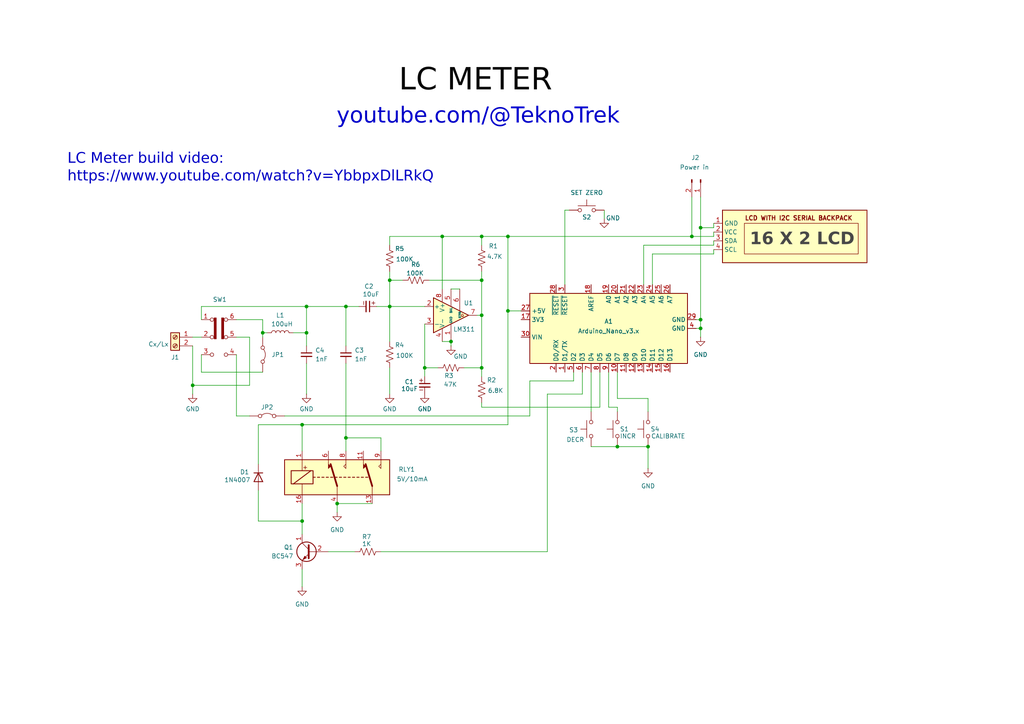
<source format=kicad_sch>
(kicad_sch (version 20250114) (generator "eeschema") (generator_version "9.0")
  (paper "A4")
  (lib_symbols
    (symbol "C_Small_1" (pin_numbers (hide yes)) (pin_names (offset 0.254) (hide yes))
      (property "Reference" "C" (at 0.254 1.778 0))
      (property "Value" "C_Small" (at 0.254 -2.032 0))
      (symbol "C_Small_1_0_1"
        (polyline (pts (xy -1.524 0.508) (xy 1.524 0.508)) (stroke (width 0.3048)))
        (polyline (pts (xy -1.524 -0.508) (xy 1.524 -0.508)) (stroke (width 0.3302)))
      )
      (symbol "C_Small_1_1_1"
        (pin passive line (at 0 2.54 270) (length 2.032) (name "~") (number "1"))
        (pin passive line (at 0 -2.54 90) (length 2.032) (name "~") (number "2"))
      )
    )
    (symbol "Comparator:LM311" (pin_names (offset 0.127))
      (property "Reference" "U" (at 3.81 6.35 0))
      (property "Value" "LM311" (at 3.81 3.81 0))
      (symbol "LM311_0_1"
        (polyline (pts (xy 3.683 -0.381) (xy 3.302 -0.381) (xy 3.683 0) (xy 3.302 0.381) (xy 2.921 0) (xy 3.302 -0.381) (xy 2.921 -0.381)) (stroke (width 0.127)))
        (polyline (pts (xy 5.08 0) (xy -5.08 5.08) (xy -5.08 -5.08) (xy 5.08 0)) (stroke (width 0.254)) (fill (type background)))
      )
      (symbol "LM311_1_1"
        (pin input line (at -7.62 2.54 0) (length 2.54) (name "+") (number "2"))
        (pin input line (at -7.62 -2.54 0) (length 2.54) (name "-") (number "3"))
        (pin power_in line (at -2.54 7.62 270) (length 3.81) (name "V+") (number "8"))
        (pin power_in line (at -2.54 -7.62 90) (length 3.81) (name "V-") (number "4"))
        (pin input line (at 0 7.62 270) (length 5.08) (name "BAL") (number "5"))
        (pin passive line (at 0 -7.62 90) (length 5.08) (name "GND") (number "1"))
        (pin input line (at 2.54 7.62 270) (length 6.35) (name "STRB") (number "6"))
        (pin open_collector line (at 7.62 0 180) (length 2.54) (name "~") (number "7"))
      )
    )
    (symbol "Connector:Conn_01x02_Pin" (pin_names (offset 1.016) (hide yes))
      (property "Reference" "J" (at 0 2.54 0))
      (property "Value" "Conn_01x02_Pin" (at 0 -5.08 0))
      (symbol "Conn_01x02_Pin_1_1"
        (rectangle (start 0.8636 0.127) (end 0 -0.127) (stroke (width 0.1524)) (fill (type outline)))
        (rectangle (start 0.8636 -2.413) (end 0 -2.667) (stroke (width 0.1524)) (fill (type outline)))
        (polyline (pts (xy 1.27 0) (xy 0.8636 0)) (stroke (width 0.1524)))
        (polyline (pts (xy 1.27 -2.54) (xy 0.8636 -2.54)) (stroke (width 0.1524)))
        (pin passive line (at 5.08 0 180) (length 3.81) (name "Pin_1") (number "1"))
        (pin passive line (at 5.08 -2.54 180) (length 3.81) (name "Pin_2") (number "2"))
      )
    )
    (symbol "Connector:Screw_Terminal_01x02" (pin_names (offset 1.016) (hide yes))
      (property "Reference" "J" (at 0 2.54 0))
      (property "Value" "Screw_Terminal_01x02" (at 0 -5.08 0))
      (symbol "Screw_Terminal_01x02_1_1"
        (rectangle (start -1.27 1.27) (end 1.27 -3.81) (stroke (width 0.254)) (fill (type background)))
        (polyline (pts (xy -0.5334 0.3302) (xy 0.3302 -0.508)) (stroke (width 0.1524)))
        (polyline (pts (xy -0.5334 -2.2098) (xy 0.3302 -3.048)) (stroke (width 0.1524)))
        (polyline (pts (xy -0.3556 0.508) (xy 0.508 -0.3302)) (stroke (width 0.1524)))
        (polyline (pts (xy -0.3556 -2.032) (xy 0.508 -2.8702)) (stroke (width 0.1524)))
        (circle (center 0 0) (radius 0.635) (stroke (width 0.1524)))
        (circle (center 0 -2.54) (radius 0.635) (stroke (width 0.1524)))
        (pin passive line (at -5.08 0 0) (length 3.81) (name "Pin_1") (number "1"))
        (pin passive line (at -5.08 -2.54 0) (length 3.81) (name "Pin_2") (number "2"))
      )
    )
    (symbol "Device:C_Small" (pin_numbers (hide yes)) (pin_names (offset 0.254) (hide yes))
      (property "Reference" "C1" (at -7.366 1.016 0))
      (property "Value" "C_Small" (at -10.668 -1.524 0))
      (symbol "C_Small_0_1"
        (polyline (pts (xy -1.524 0.508) (xy 1.524 0.508)) (stroke (width 0.3048)))
        (polyline (pts (xy -1.524 -0.508) (xy 1.524 -0.508)) (stroke (width 0.3302)))
      )
      (symbol "C_Small_1_1"
        (text "+" (at -1.016 1.524 0) (effects (font (size 1.27 1.27))))
        (text "-" (at -1.016 -1.27 0) (effects (font (size 1.27 1.27))))
        (pin passive line (at 0 2.54 270) (length 2.032) (name "~") (number "1"))
        (pin passive line (at 0 -2.54 90) (length 2.032) (name "~") (number "2"))
      )
    )
    (symbol "Device:L" (pin_numbers (hide yes)) (pin_names (offset 1.016) (hide yes))
      (property "Reference" "L" (at -1.27 0 90))
      (property "Value" "L" (at 1.905 0 90))
      (symbol "L_0_1"
        (arc (start 0 2.54) (mid 0.6323 1.905) (end 0 1.27))
        (arc (start 0 1.27) (mid 0.6323 0.635) (end 0 0))
        (arc (start 0 0) (mid 0.6323 -0.635) (end 0 -1.27))
        (arc (start 0 -1.27) (mid 0.6323 -1.905) (end 0 -2.54))
      )
      (symbol "L_1_1"
        (pin passive line (at 0 3.81 270) (length 1.27) (name "1") (number "1"))
        (pin passive line (at 0 -3.81 90) (length 1.27) (name "2") (number "2"))
      )
    )
    (symbol "Device:R_US" (pin_numbers (hide yes)) (pin_names (offset 0))
      (property "Reference" "R" (at 2.54 0 90))
      (property "Value" "R_US" (at -2.54 0 90))
      (symbol "R_US_0_1"
        (polyline (pts (xy 0 2.286) (xy 0 2.54)))
        (polyline (pts (xy 0 2.286) (xy 1.016 1.905) (xy 0 1.524) (xy -1.016 1.143) (xy 0 0.762)))
        (polyline (pts (xy 0 0.762) (xy 1.016 0.381) (xy 0 0) (xy -1.016 -0.381) (xy 0 -0.762)))
        (polyline (pts (xy 0 -0.762) (xy 1.016 -1.143) (xy 0 -1.524) (xy -1.016 -1.905) (xy 0 -2.286)))
        (polyline (pts (xy 0 -2.286) (xy 0 -2.54)))
      )
      (symbol "R_US_1_1"
        (pin passive line (at 0 3.81 270) (length 1.27) (name "~") (number "1"))
        (pin passive line (at 0 -3.81 90) (length 1.27) (name "~") (number "2"))
      )
    )
    (symbol "Diode:1N4007" (pin_numbers (hide yes)) (pin_names (hide yes))
      (property "Reference" "D" (at 0 2.54 0))
      (property "Value" "1N4007" (at 0 -2.54 0))
      (symbol "1N4007_0_1"
        (polyline (pts (xy -1.27 1.27) (xy -1.27 -1.27)) (stroke (width 0.254)))
        (polyline (pts (xy 1.27 1.27) (xy 1.27 -1.27) (xy -1.27 0) (xy 1.27 1.27)) (stroke (width 0.254)))
        (polyline (pts (xy 1.27 0) (xy -1.27 0)))
      )
      (symbol "1N4007_1_1"
        (pin passive line (at -3.81 0 0) (length 2.54) (name "K") (number "1"))
        (pin passive line (at 3.81 0 180) (length 2.54) (name "A") (number "2"))
      )
    )
    (symbol "Jumper:Jumper_2_Bridged" (pin_numbers (hide yes)) (pin_names (offset 0) (hide yes)) (exclude_from_sim yes)
      (property "Reference" "JP" (at 0 1.905 0))
      (property "Value" "Jumper_2_Bridged" (at 0 -2.54 0))
      (symbol "Jumper_2_Bridged_0_0"
        (circle (center -2.032 0) (radius 0.508))
        (circle (center 2.032 0) (radius 0.508))
      )
      (symbol "Jumper_2_Bridged_0_1"
        (arc (start -1.524 0.254) (mid 0 0.762) (end 1.524 0.254))
      )
      (symbol "Jumper_2_Bridged_1_1"
        (pin passive line (at -5.08 0 0) (length 2.54) (name "A") (number "1"))
        (pin passive line (at 5.08 0 180) (length 2.54) (name "B") (number "2"))
      )
    )
    (symbol "MCU_Module:Arduino_Nano_v3.x"
      (property "Reference" "A" (at -10.16 23.495 0))
      (property "Value" "Arduino_Nano_v3.x" (at 5.08 -24.13 0))
      (symbol "Arduino_Nano_v3.x_0_1"
        (rectangle (start -10.16 22.86) (end 10.16 -22.86) (stroke (width 0.254)) (fill (type background)))
      )
      (symbol "Arduino_Nano_v3.x_1_1"
        (pin bidirectional line (at -12.7 15.24 0) (length 2.54) (name "D0/RX") (number "2"))
        (pin bidirectional line (at -12.7 12.7 0) (length 2.54) (name "D1/TX") (number "1"))
        (pin bidirectional line (at -12.7 10.16 0) (length 2.54) (name "D2") (number "5"))
        (pin bidirectional line (at -12.7 7.62 0) (length 2.54) (name "D3") (number "6"))
        (pin bidirectional line (at -12.7 5.08 0) (length 2.54) (name "D4") (number "7"))
        (pin bidirectional line (at -12.7 2.54 0) (length 2.54) (name "D5") (number "8"))
        (pin bidirectional line (at -12.7 0 0) (length 2.54) (name "D6") (number "9"))
        (pin bidirectional line (at -12.7 -2.54 0) (length 2.54) (name "D7") (number "10"))
        (pin bidirectional line (at -12.7 -5.08 0) (length 2.54) (name "D8") (number "11"))
        (pin bidirectional line (at -12.7 -7.62 0) (length 2.54) (name "D9") (number "12"))
        (pin bidirectional line (at -12.7 -10.16 0) (length 2.54) (name "D10") (number "13"))
        (pin bidirectional line (at -12.7 -12.7 0) (length 2.54) (name "D11") (number "14"))
        (pin bidirectional line (at -12.7 -15.24 0) (length 2.54) (name "D12") (number "15"))
        (pin bidirectional line (at -12.7 -17.78 0) (length 2.54) (name "D13") (number "16"))
        (pin power_in line (at -2.54 25.4 270) (length 2.54) (name "VIN") (number "30"))
        (pin power_in line (at 0 -25.4 90) (length 2.54) (name "GND") (number "4"))
        (pin power_out line (at 2.54 25.4 270) (length 2.54) (name "3V3") (number "17"))
        (pin power_in line (at 2.54 -25.4 90) (length 2.54) (name "GND") (number "29"))
        (pin power_out line (at 5.08 25.4 270) (length 2.54) (name "+5V") (number "27"))
        (pin input line (at 12.7 15.24 180) (length 2.54) (name "~{RESET}") (number "28"))
        (pin input line (at 12.7 12.7 180) (length 2.54) (name "~{RESET}") (number "3"))
        (pin input line (at 12.7 5.08 180) (length 2.54) (name "AREF") (number "18"))
        (pin bidirectional line (at 12.7 0 180) (length 2.54) (name "A0") (number "19"))
        (pin bidirectional line (at 12.7 -2.54 180) (length 2.54) (name "A1") (number "20"))
        (pin bidirectional line (at 12.7 -5.08 180) (length 2.54) (name "A2") (number "21"))
        (pin bidirectional line (at 12.7 -7.62 180) (length 2.54) (name "A3") (number "22"))
        (pin bidirectional line (at 12.7 -10.16 180) (length 2.54) (name "A4") (number "23"))
        (pin bidirectional line (at 12.7 -12.7 180) (length 2.54) (name "A5") (number "24"))
        (pin bidirectional line (at 12.7 -15.24 180) (length 2.54) (name "A6") (number "25"))
        (pin bidirectional line (at 12.7 -17.78 180) (length 2.54) (name "A7") (number "26"))
      )
    )
    (symbol "My_Library:My-WC1602A-I2C"
      (symbol "My-WC1602A-I2C_1_1"
        (rectangle (start -17.78 7.62) (end 24.13 -7.62) (stroke (width 0.254)) (fill (type background)))
        (rectangle (start -11.43 3.81) (end 21.59 -5.08))
        (text "LCD WITH I2C SERIAL BACKPACK" (at 4.318 5.334 0) (effects (font (size 1.27 1.27) (thickness 0.254) (bold yes))))
        (text "16 X 2 LCD" (at 5.334 -0.762 0) (effects (font (size 3.556 3.556) (thickness 0.508) (bold yes))))
        (pin power_in line (at -20.32 3.81 0) (length 2.54) (name "GND") (number "1"))
        (pin power_in line (at -20.32 1.27 0) (length 2.54) (name "VCC") (number "2"))
        (pin bidirectional line (at -20.32 -1.27 0) (length 2.54) (name "SDA") (number "3"))
        (pin input line (at -20.32 -3.81 0) (length 2.54) (name "SCL") (number "4"))
      )
    )
    (symbol "My_Library:TIANBO-HJR1-2CL-05V"
      (property "Reference" "K" (at 15.24 8.89 0))
      (property "Value" "TIANBO-HJR1-2CL-05V" (at 28.194 3.302 0))
      (symbol "TIANBO-HJR1-2CL-05V_1_1"
        (rectangle (start -15.24 5.08) (end 15.24 -5.08) (stroke (width 0.254)) (fill (type background)))
        (rectangle (start -13.335 1.905) (end -6.985 -1.905) (stroke (width 0.254)))
        (polyline (pts (xy -12.7 -1.905) (xy -7.62 1.905)) (stroke (width 0.254)))
        (polyline (pts (xy -10.16 5.08) (xy -10.16 1.905)))
        (polyline (pts (xy -10.16 -5.08) (xy -10.16 -1.905)))
        (polyline (pts (xy -6.985 0) (xy -6.35 0)) (stroke (width 0.254)))
        (polyline (pts (xy -5.715 0) (xy -5.08 0)) (stroke (width 0.254)))
        (polyline (pts (xy -4.445 0) (xy -3.81 0)) (stroke (width 0.254)))
        (polyline (pts (xy -3.175 0) (xy -2.54 0)) (stroke (width 0.254)))
        (polyline (pts (xy -2.54 5.08) (xy -2.54 2.54) (xy -1.905 3.175) (xy -2.54 3.81)) (fill (type outline)))
        (polyline (pts (xy -1.905 0) (xy -1.27 0)) (stroke (width 0.254)))
        (polyline (pts (xy -0.635 0) (xy 0 0)) (stroke (width 0.254)))
        (polyline (pts (xy 0 -2.54) (xy -1.905 3.81)) (stroke (width 0.508)))
        (polyline (pts (xy 0 -2.54) (xy 0 -5.08)))
        (polyline (pts (xy 0.635 0) (xy 1.27 0)) (stroke (width 0.254)))
        (polyline (pts (xy 1.905 0) (xy 2.54 0)) (stroke (width 0.254)))
        (polyline (pts (xy 2.54 5.08) (xy 2.54 2.54) (xy 1.905 3.175) (xy 2.54 3.81)))
        (polyline (pts (xy 3.175 0) (xy 3.81 0)) (stroke (width 0.254)))
        (polyline (pts (xy 4.445 0) (xy 5.08 0)) (stroke (width 0.254)))
        (polyline (pts (xy 5.715 0) (xy 6.35 0)) (stroke (width 0.254)))
        (polyline (pts (xy 6.985 0) (xy 7.62 0)) (stroke (width 0.254)))
        (polyline (pts (xy 7.62 5.08) (xy 7.62 2.54) (xy 8.255 3.175) (xy 7.62 3.81)) (fill (type outline)))
        (polyline (pts (xy 8.255 0) (xy 8.89 0)) (stroke (width 0.254)))
        (polyline (pts (xy 10.16 -2.54) (xy 8.255 3.81)) (stroke (width 0.508)))
        (polyline (pts (xy 10.16 -2.54) (xy 10.16 -5.08)))
        (polyline (pts (xy 12.7 5.08) (xy 12.7 2.54) (xy 12.065 3.175) (xy 12.7 3.81)))
        (text "+" (at -9.271 2.921 0) (effects (font (size 1.27 1.27))))
        (pin passive line (at -10.16 7.62 270) (length 2.54) (name "~") (number "1"))
        (pin passive line (at -10.16 -7.62 90) (length 2.54) (name "~") (number "16"))
        (pin passive line (at -2.54 7.62 270) (length 2.54) (name "~") (number "6"))
        (pin passive line (at 0 -7.62 90) (length 2.54) (name "~") (number "4"))
        (pin passive line (at 2.54 7.62 270) (length 2.54) (name "~") (number "8"))
        (pin passive line (at 7.62 7.62 270) (length 2.54) (name "~") (number "11"))
        (pin passive line (at 10.16 -7.62 90) (length 2.54) (name "~") (number "13"))
        (pin passive line (at 12.7 7.62 270) (length 2.54) (name "~") (number "9"))
      )
    )
    (symbol "Switch:SW_Omron_B3FS" (pin_numbers (hide yes)) (pin_names (offset 1.016) (hide yes))
      (property "Reference" "SW" (at 1.27 2.54 0))
      (property "Value" "SW_Omron_B3FS" (at 0 -1.524 0))
      (symbol "SW_Omron_B3FS_0_1"
        (circle (center -2.032 0) (radius 0.508))
        (polyline (pts (xy 0 1.27) (xy 0 3.048)))
        (circle (center 2.032 0) (radius 0.508))
        (polyline (pts (xy 2.54 1.27) (xy -2.54 1.27)))
        (pin passive line (at -5.08 0 0) (length 2.54) (name "1") (number "1"))
        (pin passive line (at 5.08 0 180) (length 2.54) (name "2") (number "2"))
      )
    )
    (symbol "Switch:SW_Slide_DPDT" (pin_names (offset 0) (hide yes))
      (property "Reference" "SW" (at 0 6.858 0))
      (property "Value" "SW_Slide_DPDT" (at 0 -8.128 0))
      (symbol "SW_Slide_DPDT_0_0"
        (circle (center -2.032 5.08) (radius 0.508))
        (circle (center -2.032 -5.08) (radius 0.508))
        (circle (center 2.032 0) (radius 0.508))
        (circle (center 2.032 -5.08) (radius 0.508))
      )
      (symbol "SW_Slide_DPDT_0_1"
        (circle (center -2.032 0) (radius 0.508))
        (circle (center 2.032 5.08) (radius 0.508))
      )
      (symbol "SW_Slide_DPDT_1_1"
        (rectangle (start -1.397 5.588) (end -0.762 -0.508) (fill (type outline)))
        (rectangle (start 0.762 5.588) (end 1.397 -0.508) (fill (type outline)))
        (pin passive line (at -5.08 5.08 0) (length 2.54) (name "A") (number "1"))
        (pin passive line (at -5.08 0 0) (length 2.54) (name "B") (number "2"))
        (pin passive line (at -5.08 -5.08 0) (length 2.54) (name "C") (number "3"))
        (pin passive line (at 5.08 5.08 180) (length 2.54) (name "C") (number "6"))
        (pin passive line (at 5.08 0 180) (length 2.54) (name "B") (number "5"))
        (pin passive line (at 5.08 -5.08 180) (length 2.54) (name "A") (number "4"))
      )
    )
    (symbol "Transistor_BJT:BC547" (pin_names (offset 0) (hide yes))
      (property "Reference" "Q" (at 5.08 1.905 0))
      (property "Value" "BC547" (at 5.08 0 0))
      (symbol "BC547_0_1"
        (polyline (pts (xy 0 0) (xy 0.635 0)))
        (polyline (pts (xy 0.635 1.905) (xy 0.635 -1.905) (xy 0.635 -1.905)) (stroke (width 0.508)))
        (polyline (pts (xy 0.635 0.635) (xy 2.54 2.54)))
        (polyline (pts (xy 0.635 -0.635) (xy 2.54 -2.54) (xy 2.54 -2.54)))
        (circle (center 1.27 0) (radius 2.8194) (stroke (width 0.254)))
        (polyline (pts (xy 1.27 -1.778) (xy 1.778 -1.27) (xy 2.286 -2.286) (xy 1.27 -1.778) (xy 1.27 -1.778)) (fill (type outline)))
      )
      (symbol "BC547_1_1"
        (pin input line (at -5.08 0 0) (length 5.08) (name "B") (number "2"))
        (pin passive line (at 2.54 5.08 270) (length 2.54) (name "C") (number "1"))
        (pin passive line (at 2.54 -5.08 90) (length 2.54) (name "E") (number "3"))
      )
    )
    (symbol "power:GND" (power) (pin_numbers (hide yes)) (pin_names (offset 0) (hide yes))
      (property "Value" "GND" (at 0 -3.81 0))
      (symbol "GND_0_1"
        (polyline (pts (xy 0 0) (xy 0 -1.27) (xy 1.27 -1.27) (xy 0 -2.54) (xy -1.27 -1.27) (xy 0 -1.27)))
      )
      (symbol "GND_1_1"
        (pin power_in line (at 0 0 270) (length 0) (name "~") (number "1"))
      )
    )
  )
  (text "LC Meter build video:\nhttps://www.youtube.com/watch?v=YbbpxDlLRkQ" (at 19.558 49.53 0) (effects (font (size 3.048 3.048)) (justify left)))
  (text "youtube.com/@TeknoTrek" (at 138.684 35.052 0) (effects (font (size 4.572 4.572))))
  (text "LC METER" (at 137.922 25.146 0) (effects (font (size 6.35 6.35))))
  (junction (at 100.33 127))
  (junction (at 128.27 68.58))
  (junction (at 88.9 88.9))
  (junction (at 139.7 68.58))
  (junction (at 97.79 146.05))
  (junction (at 203.2 92.71))
  (junction (at 139.7 91.44))
  (junction (at 113.03 88.9))
  (junction (at 200.66 68.58))
  (junction (at 139.7 106.68))
  (junction (at 87.63 151.13))
  (junction (at 55.88 111.76))
  (junction (at 123.19 106.68))
  (junction (at 147.32 68.58))
  (junction (at 100.33 88.9))
  (junction (at 179.07 129.54))
  (junction (at 87.63 123.19))
  (junction (at 187.96 129.54))
  (junction (at 139.7 81.28))
  (junction (at 130.81 99.06))
  (junction (at 203.2 66.04))
  (junction (at 147.32 90.17))
  (junction (at 76.2 96.52))
  (junction (at 113.03 81.28))
  (junction (at 203.2 95.25))
  (junction (at 88.9 96.52))
  (wire (pts (xy 113.03 81.28) (xy 113.03 88.9)))
  (wire (pts (xy 175.26 60.96) (xy 175.26 63.5)))
  (wire (pts (xy 123.19 106.68) (xy 127 106.68)))
  (wire (pts (xy 87.63 151.13) (xy 87.63 154.94)))
  (wire (pts (xy 55.88 111.76) (xy 72.39 111.76)))
  (wire (pts (xy 87.63 165.1) (xy 87.63 170.18)))
  (wire (pts (xy 110.49 160.02) (xy 158.75 160.02)))
  (wire (pts (xy 128.27 99.06) (xy 130.81 99.06)))
  (wire (pts (xy 139.7 71.12) (xy 139.7 68.58)))
  (wire (pts (xy 158.75 160.02) (xy 158.75 114.3)))
  (wire (pts (xy 58.42 107.95) (xy 76.2 107.95)))
  (wire (pts (xy 72.39 111.76) (xy 72.39 97.79)))
  (wire (pts (xy 176.53 118.11) (xy 176.53 107.95)))
  (wire (pts (xy 147.32 90.17) (xy 147.32 68.58)))
  (wire (pts (xy 123.19 106.68) (xy 123.19 109.22)))
  (wire (pts (xy 72.39 120.65) (xy 68.58 120.65)))
  (wire (pts (xy 147.32 90.17) (xy 151.13 90.17)))
  (wire (pts (xy 139.7 118.11) (xy 173.99 118.11)))
  (wire (pts (xy 72.39 97.79) (xy 68.58 97.79)))
  (wire (pts (xy 179.07 118.11) (xy 179.07 119.38)))
  (wire (pts (xy 207.01 71.12) (xy 186.69 71.12)))
  (wire (pts (xy 203.2 92.71) (xy 203.2 95.25)))
  (wire (pts (xy 128.27 68.58) (xy 139.7 68.58)))
  (wire (pts (xy 100.33 88.9) (xy 104.14 88.9)))
  (wire (pts (xy 100.33 88.9) (xy 100.33 100.33)))
  (wire (pts (xy 171.45 129.54) (xy 179.07 129.54)))
  (wire (pts (xy 207.01 73.66) (xy 189.23 73.66)))
  (wire (pts (xy 113.03 68.58) (xy 128.27 68.58)))
  (wire (pts (xy 207.01 68.58) (xy 207.01 67.31)))
  (wire (pts (xy 110.49 127) (xy 100.33 127)))
  (wire (pts (xy 68.58 120.65) (xy 68.58 102.87)))
  (wire (pts (xy 58.42 102.87) (xy 58.42 107.95)))
  (wire (pts (xy 158.75 114.3) (xy 168.91 114.3)))
  (wire (pts (xy 147.32 68.58) (xy 200.66 68.58)))
  (wire (pts (xy 113.03 71.12) (xy 113.03 68.58)))
  (wire (pts (xy 179.07 129.54) (xy 187.96 129.54)))
  (wire (pts (xy 153.67 110.49) (xy 166.37 110.49)))
  (wire (pts (xy 171.45 107.95) (xy 171.45 119.38)))
  (wire (pts (xy 68.58 92.71) (xy 76.2 92.71)))
  (wire (pts (xy 179.07 115.57) (xy 187.96 115.57)))
  (wire (pts (xy 179.07 115.57) (xy 179.07 107.95)))
  (wire (pts (xy 113.03 81.28) (xy 116.84 81.28)))
  (wire (pts (xy 207.01 73.66) (xy 207.01 72.39)))
  (wire (pts (xy 139.7 78.74) (xy 139.7 81.28)))
  (wire (pts (xy 123.19 93.98) (xy 123.19 106.68)))
  (wire (pts (xy 203.2 66.04) (xy 203.2 92.71)))
  (wire (pts (xy 113.03 88.9) (xy 123.19 88.9)))
  (wire (pts (xy 74.93 151.13) (xy 87.63 151.13)))
  (wire (pts (xy 203.2 95.25) (xy 203.2 97.79)))
  (wire (pts (xy 58.42 88.9) (xy 88.9 88.9)))
  (wire (pts (xy 187.96 129.54) (xy 187.96 135.89)))
  (wire (pts (xy 77.47 96.52) (xy 76.2 96.52)))
  (wire (pts (xy 124.46 81.28) (xy 139.7 81.28)))
  (wire (pts (xy 55.88 111.76) (xy 55.88 114.3)))
  (wire (pts (xy 74.93 123.19) (xy 87.63 123.19)))
  (wire (pts (xy 58.42 97.79) (xy 55.88 97.79)))
  (wire (pts (xy 139.7 109.22) (xy 139.7 106.68)))
  (wire (pts (xy 189.23 73.66) (xy 189.23 82.55)))
  (wire (pts (xy 200.66 68.58) (xy 207.01 68.58)))
  (wire (pts (xy 88.9 96.52) (xy 88.9 88.9)))
  (wire (pts (xy 87.63 146.05) (xy 87.63 151.13)))
  (wire (pts (xy 153.67 110.49) (xy 153.67 120.65)))
  (wire (pts (xy 88.9 96.52) (xy 88.9 100.33)))
  (wire (pts (xy 97.79 146.05) (xy 97.79 148.59)))
  (wire (pts (xy 113.03 106.68) (xy 113.03 114.3)))
  (wire (pts (xy 179.07 118.11) (xy 176.53 118.11)))
  (wire (pts (xy 207.01 66.04) (xy 203.2 66.04)))
  (wire (pts (xy 186.69 71.12) (xy 186.69 82.55)))
  (wire (pts (xy 87.63 123.19) (xy 87.63 130.81)))
  (wire (pts (xy 88.9 105.41) (xy 88.9 114.3)))
  (wire (pts (xy 130.81 83.82) (xy 133.35 83.82)))
  (wire (pts (xy 163.83 60.96) (xy 165.1 60.96)))
  (wire (pts (xy 168.91 107.95) (xy 168.91 114.3)))
  (wire (pts (xy 147.32 90.17) (xy 147.32 123.19)))
  (wire (pts (xy 139.7 91.44) (xy 138.43 91.44)))
  (wire (pts (xy 113.03 88.9) (xy 113.03 99.06)))
  (wire (pts (xy 201.93 92.71) (xy 203.2 92.71)))
  (wire (pts (xy 100.33 127) (xy 100.33 130.81)))
  (wire (pts (xy 163.83 82.55) (xy 163.83 60.96)))
  (wire (pts (xy 139.7 118.11) (xy 139.7 116.84)))
  (wire (pts (xy 100.33 105.41) (xy 100.33 127)))
  (wire (pts (xy 166.37 110.49) (xy 166.37 107.95)))
  (wire (pts (xy 128.27 83.82) (xy 128.27 68.58)))
  (wire (pts (xy 207.01 71.12) (xy 207.01 69.85)))
  (wire (pts (xy 139.7 81.28) (xy 139.7 91.44)))
  (wire (pts (xy 58.42 92.71) (xy 58.42 88.9)))
  (wire (pts (xy 76.2 96.52) (xy 76.2 97.79)))
  (wire (pts (xy 134.62 106.68) (xy 139.7 106.68)))
  (wire (pts (xy 113.03 78.74) (xy 113.03 81.28)))
  (wire (pts (xy 173.99 107.95) (xy 173.99 118.11)))
  (wire (pts (xy 200.66 57.15) (xy 200.66 68.58)))
  (wire (pts (xy 203.2 57.15) (xy 203.2 66.04)))
  (wire (pts (xy 203.2 95.25) (xy 201.93 95.25)))
  (wire (pts (xy 139.7 68.58) (xy 147.32 68.58)))
  (wire (pts (xy 97.79 146.05) (xy 107.95 146.05)))
  (wire (pts (xy 95.25 160.02) (xy 102.87 160.02)))
  (wire (pts (xy 130.81 99.06) (xy 130.81 100.33)))
  (wire (pts (xy 55.88 100.33) (xy 55.88 111.76)))
  (wire (pts (xy 139.7 91.44) (xy 139.7 106.68)))
  (wire (pts (xy 187.96 115.57) (xy 187.96 119.38)))
  (wire (pts (xy 85.09 96.52) (xy 88.9 96.52)))
  (wire (pts (xy 109.22 88.9) (xy 113.03 88.9)))
  (wire (pts (xy 76.2 92.71) (xy 76.2 96.52)))
  (wire (pts (xy 74.93 142.24) (xy 74.93 151.13)))
  (wire (pts (xy 110.49 130.81) (xy 110.49 127)))
  (wire (pts (xy 207.01 66.04) (xy 207.01 64.77)))
  (wire (pts (xy 88.9 88.9) (xy 100.33 88.9)))
  (wire (pts (xy 153.67 120.65) (xy 82.55 120.65)))
  (wire (pts (xy 74.93 134.62) (xy 74.93 123.19)))
  (wire (pts (xy 87.63 123.19) (xy 147.32 123.19)))
  (symbol (lib_id "Device:R_US") (at 120.65 81.28 90) (unit 1)
    (property "Reference" "R6" (at 121.92 76.708 90) (effects (justify left)))
    (property "Value" "100K" (at 122.936 79.248 90) (effects (justify left)))
    (property "Footprint" "Resistor_THT:R_Axial_DIN0207_L6.3mm_D2.5mm_P10.16mm_Horizontal" (effects (hide yes)))
    (property "Description" "Resistor, US symbol" (effects (hide yes)))
  )
  (symbol (lib_id "Transistor_BJT:BC547") (at 90.17 160.02 0) (mirror y) (unit 1)
    (property "Reference" "Q1" (at 85.09 158.7499 0) (effects (justify left)))
    (property "Value" "BC547" (at 85.09 161.2899 0) (effects (justify left)))
    (property "Footprint" "Package_TO_SOT_THT:TO-92_Wide" (effects (hide yes)))
    (property "Datasheet" "https://www.onsemi.com/pub/Collateral/BC550-D.pdf" (effects (hide yes)))
    (property "Description" "0.1A Ic, 45V Vce, Small Signal NPN Transistor, TO-92" (effects (hide yes)))
  )
  (symbol (lib_id "Device:R_US") (at 113.03 74.93 0) (unit 1)
    (property "Reference" "R5" (at 114.554 72.136 0) (effects (justify left)))
    (property "Value" "100K" (at 114.808 75.184 0) (effects (justify left)))
    (property "Footprint" "Resistor_THT:R_Axial_DIN0207_L6.3mm_D2.5mm_P10.16mm_Horizontal" (effects (hide yes)))
    (property "Description" "Resistor, US symbol" (effects (hide yes)))
  )
  (symbol (lib_id "power:GND") (at 123.19 114.3 0) (unit 1)
    (property "Reference" "#PWR05" (effects (hide yes)))
    (property "Value" "GND" (at 123.19 118.618 0))
    (property "Description" "Power symbol creates a global label with name \"GND\" , ground" (effects (hide yes)))
  )
  (symbol (lib_id "My_Library:TIANBO-HJR1-2CL-05V") (at 97.79 138.43 0) (unit 1)
    (property "Reference" "RLY1" (at 115.57 136.144 0) (effects (justify left)))
    (property "Value" "5V/10mA" (at 115.062 138.938 0) (effects (justify left)))
    (property "Footprint" "My-Library:TIANBO-HJR1-2CL-05V-footer" (effects (hide yes)))
    (property "Datasheet" "https://content.kemet.com/datasheets/KEM_R7002_EC2_EE2.pdf" (effects (hide yes)))
    (property "Description" "General purpose signal relay, Kemet EC2 Series, DPDT (2 Form C), non-latching, through hole, 60W/125VA, 220VDC/250VAC, 2A, 3V DC coil" (effects (hide yes)))
  )
  (symbol (lib_id "power:GND") (at 187.96 135.89 0) (unit 1)
    (property "Reference" "#PWR03" (effects (hide yes)))
    (property "Value" "GND" (at 187.96 140.97 0))
    (property "Description" "Power symbol creates a global label with name \"GND\" , ground" (effects (hide yes)))
  )
  (symbol (lib_name "C_Small_1") (lib_id "Device:C_Small") (at 88.9 102.87 0) (unit 1)
    (property "Reference" "C4" (at 91.44 101.6062 0) (effects (justify left)))
    (property "Value" "1nF" (at 91.44 104.1462 0) (effects (justify left)))
    (property "Footprint" "Capacitor_THT:CP_Radial_Tantal_D5.0mm_P5.00mm" (effects (hide yes)))
    (property "Description" "Unpolarized capacitor, small symbol" (effects (hide yes)))
  )
  (symbol (lib_id "Switch:SW_Omron_B3FS") (at 187.96 124.46 90) (unit 1)
    (property "Reference" "S4" (at 189.992 124.46 90))
    (property "Value" "CALIBRATE" (at 193.802 126.492 90))
    (property "Footprint" "Button_Switch_THT:SW_PUSH-12mm" (effects (hide yes)))
    (property "Datasheet" "https://omronfs.omron.com/en_US/ecb/products/pdf/en-b3fs.pdf" (effects (hide yes)))
    (property "Description" "Omron B3FS 6x6mm single pole normally-open tactile switch" (effects (hide yes)))
  )
  (symbol (lib_id "Device:R_US") (at 113.03 102.87 0) (unit 1)
    (property "Reference" "R4" (at 114.554 100.076 0) (effects (justify left)))
    (property "Value" "100K" (at 114.808 103.124 0) (effects (justify left)))
    (property "Footprint" "Resistor_THT:R_Axial_DIN0207_L6.3mm_D2.5mm_P10.16mm_Horizontal" (effects (hide yes)))
    (property "Description" "Resistor, US symbol" (effects (hide yes)))
  )
  (symbol (lib_id "Jumper:Jumper_2_Bridged") (at 77.47 120.65 0) (unit 1) (exclude_from_sim yes)
    (property "Reference" "JP2" (at 77.47 118.11 0))
    (property "Value" "Jumper_2" (effects (hide yes)))
    (property "Footprint" "Resistor_THT:R_Axial_DIN0207_L6.3mm_D2.5mm_P10.16mm_Horizontal" (effects (hide yes)))
    (property "Description" "Jumper, 2-pole, closed/bridged" (effects (hide yes)))
  )
  (symbol (lib_id "Switch:SW_Omron_B3FS") (at 179.07 124.46 90) (unit 1)
    (property "Reference" "S1" (at 181.102 124.46 90))
    (property "Value" "INCR" (at 182.118 126.492 90))
    (property "Footprint" "Button_Switch_THT:SW_PUSH-12mm" (effects (hide yes)))
    (property "Datasheet" "https://omronfs.omron.com/en_US/ecb/products/pdf/en-b3fs.pdf" (effects (hide yes)))
    (property "Description" "Omron B3FS 6x6mm single pole normally-open tactile switch" (effects (hide yes)))
  )
  (symbol (lib_id "power:GND") (at 97.79 148.59 0) (unit 1)
    (property "Reference" "#PWR010" (effects (hide yes)))
    (property "Value" "GND" (at 97.79 153.67 0))
    (property "Description" "Power symbol creates a global label with name \"GND\" , ground" (effects (hide yes)))
  )
  (symbol (lib_id "power:GND") (at 113.03 114.3 0) (unit 1)
    (property "Reference" "#PWR06" (effects (hide yes)))
    (property "Value" "GND" (at 113.03 118.618 0))
    (property "Description" "Power symbol creates a global label with name \"GND\" , ground" (effects (hide yes)))
  )
  (symbol (lib_id "Device:C_Small") (at 106.68 88.9 270) (unit 1)
    (property "Reference" "C2" (at 105.664 83.058 90) (effects (justify left)))
    (property "Value" "10uF" (at 105.156 85.344 90) (effects (justify left)))
    (property "Footprint" "Capacitor_THT:CP_Radial_Tantal_D4.5mm_P2.50mm" (effects (hide yes)))
    (property "Description" "Unpolarized capacitor, small symbol" (effects (hide yes)))
  )
  (symbol (lib_id "Switch:SW_Slide_DPDT") (at 63.5 97.79 0) (unit 1)
    (property "Reference" "SW1" (at 63.754 86.868 0))
    (property "Value" "SW_Slide_DPDT" (effects (hide yes)))
    (property "Footprint" "My-Library:SW_CK_" (effects (hide yes)))
    (property "Description" "Slide Switch, dual pole double throw" (effects (hide yes)))
  )
  (symbol (lib_id "power:GND") (at 203.2 97.79 0) (unit 1)
    (property "Reference" "#PWR02" (effects (hide yes)))
    (property "Value" "GND" (at 203.2 102.87 0))
    (property "Description" "Power symbol creates a global label with name \"GND\" , ground" (effects (hide yes)))
  )
  (symbol (lib_id "Connector:Screw_Terminal_01x02") (at 50.8 97.79 0) (mirror y) (unit 1)
    (property "Reference" "J1" (at 50.8 103.632 0))
    (property "Value" "Cx/Lx" (at 45.974 99.822 0))
    (property "Footprint" "TerminalBlock:TerminalBlock_bornier-2_P5.08mm" (effects (hide yes)))
    (property "Description" "Generic screw terminal, single row, 01x02, script generated (kicad-library-utils/schlib/autogen/connector/)" (effects (hide yes)))
  )
  (symbol (lib_id "Device:C_Small") (at 123.19 111.76 0) (unit 1)
    (property "Reference" "C1" (at 117.348 110.744 0) (effects (justify left)))
    (property "Value" "10uF" (at 116.332 112.776 0) (effects (justify left)))
    (property "Footprint" "Capacitor_THT:CP_Radial_Tantal_D4.5mm_P2.50mm" (effects (hide yes)))
    (property "Description" "Unpolarized capacitor, small symbol" (effects (hide yes)))
  )
  (symbol (lib_id "Device:L") (at 81.28 96.52 90) (unit 1)
    (property "Reference" "L1" (at 81.28 91.44 90))
    (property "Value" "100uH" (at 81.788 93.98 90))
    (property "Footprint" "Inductor_THT:L_Axial_L5.3mm_D2.2mm_P10.16mm_Horizontal_Vishay_IM-1" (effects (hide yes)))
    (property "Description" "Inductor" (effects (hide yes)))
  )
  (symbol (lib_id "Device:R_US") (at 106.68 160.02 90) (unit 1)
    (property "Reference" "R7" (at 107.696 155.702 90) (effects (justify left)))
    (property "Value" "1K" (at 107.696 157.734 90) (effects (justify left)))
    (property "Footprint" "Resistor_THT:R_Axial_DIN0207_L6.3mm_D2.5mm_P10.16mm_Horizontal" (effects (hide yes)))
    (property "Description" "Resistor, US symbol" (effects (hide yes)))
  )
  (symbol (lib_id "Switch:SW_Omron_B3FS") (at 170.18 60.96 0) (unit 1)
    (property "Reference" "S2" (at 170.18 62.992 0))
    (property "Value" "SET ZERO" (at 170.18 55.88 0))
    (property "Footprint" "Button_Switch_THT:SW_PUSH-12mm" (effects (hide yes)))
    (property "Datasheet" "https://omronfs.omron.com/en_US/ecb/products/pdf/en-b3fs.pdf" (effects (hide yes)))
    (property "Description" "Omron B3FS 6x6mm single pole normally-open tactile switch" (effects (hide yes)))
  )
  (symbol (lib_id "power:GND") (at 175.26 63.5 0) (unit 1)
    (property "Reference" "#PWR01" (effects (hide yes)))
    (property "Value" "GND" (at 177.8 63.246 0))
    (property "Description" "Power symbol creates a global label with name \"GND\" , ground" (effects (hide yes)))
  )
  (symbol (lib_name "C_Small_1") (lib_id "Device:C_Small") (at 100.33 102.87 0) (unit 1)
    (property "Reference" "C3" (at 102.87 101.6062 0) (effects (justify left)))
    (property "Value" "1nF" (at 102.87 104.1462 0) (effects (justify left)))
    (property "Footprint" "Capacitor_THT:CP_Radial_Tantal_D5.0mm_P5.00mm" (effects (hide yes)))
    (property "Description" "Unpolarized capacitor, small symbol" (effects (hide yes)))
  )
  (symbol (lib_id "power:GND") (at 130.81 100.33 0) (unit 1)
    (property "Reference" "#PWR04" (effects (hide yes)))
    (property "Value" "GND" (at 133.604 103.378 0))
    (property "Description" "Power symbol creates a global label with name \"GND\" , ground" (effects (hide yes)))
  )
  (symbol (lib_id "My_Library:My-WC1602A-I2C") (at 227.33 68.58 0) (unit 1)
    (property "Reference" "DS1" (effects (hide yes)))
    (property "Value" "WC1602A-I2C" (effects (hide yes)))
    (property "Footprint" "My-Library:WC1602A-I2C" (effects (hide yes)))
    (property "Datasheet" "http://www.wincomlcd.com/pdf/WC1602A-SFYLYHTC06.pdf" (effects (hide yes)))
    (property "Description" "LCD 16x2 Alphanumeric , 8 bit parallel bus, 5V VDD" (effects (hide yes)))
  )
  (symbol (lib_id "power:GND") (at 87.63 170.18 0) (unit 1)
    (property "Reference" "#PWR011" (effects (hide yes)))
    (property "Value" "GND" (at 87.63 175.26 0))
    (property "Description" "Power symbol creates a global label with name \"GND\" , ground" (effects (hide yes)))
  )
  (symbol (lib_id "power:GND") (at 55.88 114.3 0) (unit 1)
    (property "Reference" "#PWR08" (effects (hide yes)))
    (property "Value" "GND" (at 55.88 118.618 0))
    (property "Description" "Power symbol creates a global label with name \"GND\" , ground" (effects (hide yes)))
  )
  (symbol (lib_id "Comparator:LM311") (at 130.81 91.44 0) (unit 1)
    (property "Reference" "U1" (at 135.89 87.884 0))
    (property "Value" "LM311" (at 134.62 95.504 0))
    (property "Footprint" "Package_DIP:DIP-8_W7.62mm" (effects (hide yes)))
    (property "Datasheet" "https://www.st.com/resource/en/datasheet/lm311.pdf" (effects (hide yes)))
    (property "Description" "Voltage Comparator, DIP-8/SOIC-8" (effects (hide yes)))
  )
  (symbol (lib_id "Connector:Conn_01x02_Pin") (at 203.2 52.07 270) (unit 1)
    (property "Reference" "J2" (at 201.676 45.72 90))
    (property "Value" "Power in" (at 201.422 48.514 90))
    (property "Footprint" "Connector_PinSocket_2.54mm:PinSocket_1x02_P2.54mm_Vertical" (effects (hide yes)))
    (property "Description" "Generic connector, single row, 01x02, script generated" (effects (hide yes)))
  )
  (symbol (lib_id "MCU_Module:Arduino_Nano_v3.x") (at 176.53 95.25 90) (unit 1)
    (property "Reference" "A1" (at 176.53 93.218 90))
    (property "Value" "Arduino_Nano_v3.x" (at 176.53 96.012 90))
    (property "Footprint" "Module:Arduino_Nano" (effects (hide yes)))
    (property "Datasheet" "http://www.mouser.com/pdfdocs/Gravitech_Arduino_Nano3_0.pdf" (effects (hide yes)))
    (property "Description" "Arduino Nano v3.x" (effects (hide yes)))
  )
  (symbol (lib_id "Switch:SW_Omron_B3FS") (at 171.45 124.46 90) (unit 1)
    (property "Reference" "S3" (at 166.37 124.714 90))
    (property "Value" "DECR" (at 166.878 127.508 90))
    (property "Footprint" "Button_Switch_THT:SW_PUSH-12mm" (effects (hide yes)))
    (property "Datasheet" "https://omronfs.omron.com/en_US/ecb/products/pdf/en-b3fs.pdf" (effects (hide yes)))
    (property "Description" "Omron B3FS 6x6mm single pole normally-open tactile switch" (effects (hide yes)))
  )
  (symbol (lib_id "Diode:1N4007") (at 74.93 138.43 270) (unit 1)
    (property "Reference" "D1" (at 69.596 136.906 90) (effects (justify left)))
    (property "Value" "1N4007" (at 65.024 139.192 90) (effects (justify left)))
    (property "Footprint" "Diode_THT:D_DO-41_SOD81_P10.16mm_Horizontal" (effects (hide yes)))
    (property "Datasheet" "http://www.vishay.com/docs/88503/1n4001.pdf" (effects (hide yes)))
    (property "Description" "1000V 1A General Purpose Rectifier Diode, DO-41" (effects (hide yes)))
    (property "Sim.Device" "D" (effects (hide yes)))
    (property "Sim.Pins" "1=K 2=A" (effects (hide yes)))
  )
  (symbol (lib_id "Jumper:Jumper_2_Bridged") (at 76.2 102.87 270) (unit 1) (exclude_from_sim yes)
    (property "Reference" "JP1" (at 78.74 102.8699 90) (effects (justify left)))
    (property "Value" "Jumper_2" (effects (hide yes)))
    (property "Footprint" "Resistor_THT:R_Axial_DIN0207_L6.3mm_D2.5mm_P10.16mm_Horizontal" (effects (hide yes)))
    (property "Description" "Jumper, 2-pole, closed/bridged" (effects (hide yes)))
  )
  (symbol (lib_id "power:GND") (at 88.9 114.3 0) (unit 1)
    (property "Reference" "#PWR07" (effects (hide yes)))
    (property "Value" "GND" (at 88.9 118.618 0))
    (property "Description" "Power symbol creates a global label with name \"GND\" , ground" (effects (hide yes)))
  )
  (symbol (lib_id "Device:R_US") (at 139.7 74.93 0) (unit 1)
    (property "Reference" "R1" (at 141.732 71.374 0) (effects (justify left)))
    (property "Value" "4.7K" (at 141.224 74.422 0) (effects (justify left)))
    (property "Footprint" "Resistor_THT:R_Axial_DIN0207_L6.3mm_D2.5mm_P10.16mm_Horizontal" (effects (hide yes)))
    (property "Description" "Resistor, US symbol" (effects (hide yes)))
  )
  (symbol (lib_id "Device:R_US") (at 139.7 113.03 0) (unit 1)
    (property "Reference" "R2" (at 141.224 110.236 0) (effects (justify left)))
    (property "Value" "6.8K" (at 141.478 113.284 0) (effects (justify left)))
    (property "Footprint" "Resistor_THT:R_Axial_DIN0207_L6.3mm_D2.5mm_P10.16mm_Horizontal" (effects (hide yes)))
    (property "Description" "Resistor, US symbol" (effects (hide yes)))
  )
  (symbol (lib_id "Device:R_US") (at 130.81 106.68 90) (unit 1)
    (property "Reference" "R3" (at 131.572 108.966 90) (effects (justify left)))
    (property "Value" "47K" (at 132.588 111.506 90) (effects (justify left)))
    (property "Footprint" "Resistor_THT:R_Axial_DIN0207_L6.3mm_D2.5mm_P10.16mm_Horizontal" (effects (hide yes)))
    (property "Description" "Resistor, US symbol" (effects (hide yes)))
  )
)
</source>
